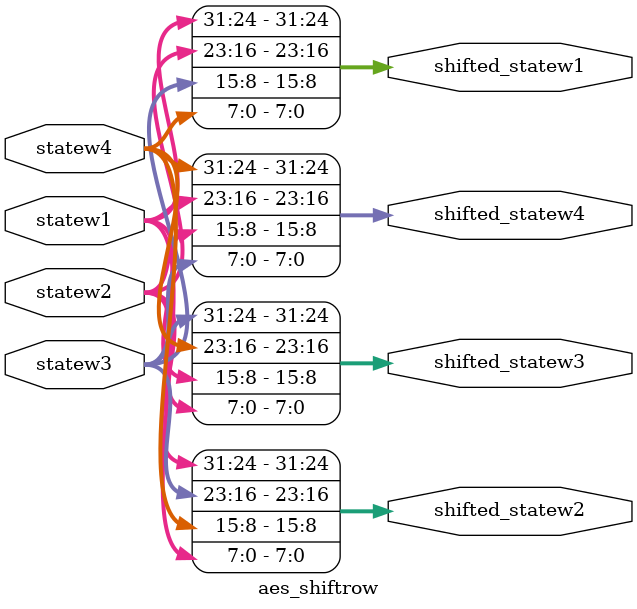
<source format=v>

module aes_shiftrow(
    input wire [31 : 0] statew1,
    input wire [31 : 0] statew2,
    input wire [31 : 0] statew3,
    input wire [31 : 0] statew4,

    output wire [31 : 0] shifted_statew1,
    output wire [31 : 0] shifted_statew2,
    output wire [31 : 0] shifted_statew3,
    output wire [31 : 0] shifted_statew4
);

    assign shifted_statew1 = {statew1[31 : 24], statew2[23 : 16], statew3[15 : 8], statew4[7 : 0]};
    assign shifted_statew2 = {statew2[31 : 24], statew3[23 : 16], statew4[15 : 8], statew1[7 : 0]};
    assign shifted_statew3 = {statew3[31 : 24], statew4[23 : 16], statew1[15 : 8], statew2[7 : 0]};
    assign shifted_statew4 = {statew4[31 : 24], statew1[23 : 16], statew2[15 : 8], statew3[7 : 0]};
    
endmodule
</source>
